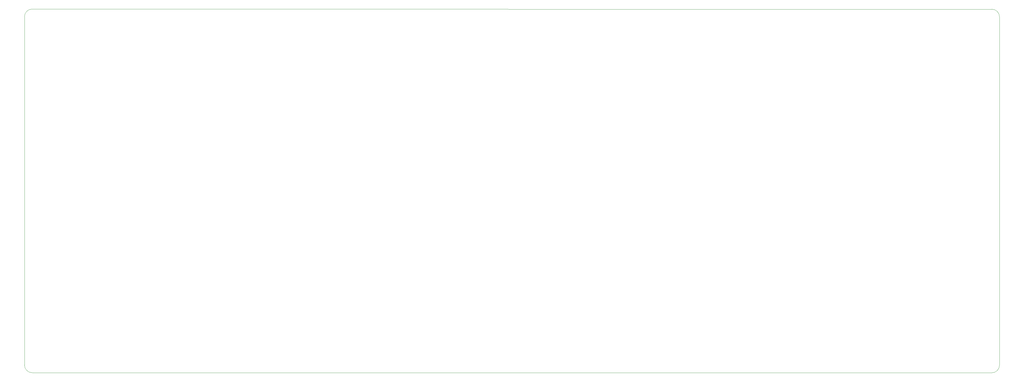
<source format=gbr>
%TF.GenerationSoftware,KiCad,Pcbnew,9.0.4*%
%TF.CreationDate,2025-10-25T14:37:41+02:00*%
%TF.ProjectId,orione-v2,6f72696f-6e65-42d7-9632-2e6b69636164,rev?*%
%TF.SameCoordinates,Original*%
%TF.FileFunction,Profile,NP*%
%FSLAX46Y46*%
G04 Gerber Fmt 4.6, Leading zero omitted, Abs format (unit mm)*
G04 Created by KiCad (PCBNEW 9.0.4) date 2025-10-25 14:37:41*
%MOMM*%
%LPD*%
G01*
G04 APERTURE LIST*
%TA.AperFunction,Profile*%
%ADD10C,0.050000*%
%TD*%
G04 APERTURE END LIST*
D10*
X48880000Y-195010000D02*
G75*
G02*
X46340000Y-192470000I0J2540000D01*
G01*
X363697500Y-75522500D02*
G75*
G02*
X366237500Y-78062500I0J-2540000D01*
G01*
X366237500Y-192512500D02*
X366237500Y-78062500D01*
X46340000Y-78020000D02*
G75*
G02*
X48880000Y-75480000I2540000J0D01*
G01*
X48880000Y-195010000D02*
X363697500Y-195052500D01*
X46340000Y-78020000D02*
X46340000Y-192470000D01*
X366237500Y-192512500D02*
G75*
G02*
X363697500Y-195052500I-2540000J0D01*
G01*
X48880000Y-75480000D02*
X363697500Y-75522500D01*
M02*

</source>
